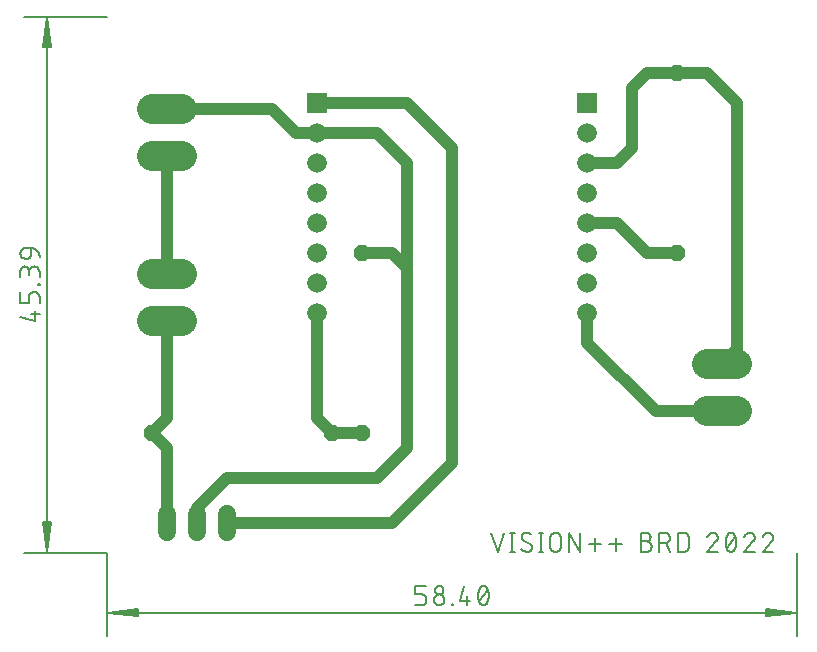
<source format=gbr>
G04 EAGLE Gerber RS-274X export*
G75*
%MOMM*%
%FSLAX34Y34*%
%LPD*%
%INTop Copper*%
%IPPOS*%
%AMOC8*
5,1,8,0,0,1.08239X$1,22.5*%
G01*
%ADD10C,0.130000*%
%ADD11C,0.152400*%
%ADD12C,1.665000*%
%ADD13R,1.665000X1.665000*%
%ADD14C,2.514600*%
%ADD15C,1.524000*%
%ADD16P,1.429621X8X112.500000*%
%ADD17P,1.429621X8X202.500000*%
%ADD18P,1.429621X8X292.500000*%
%ADD19C,1.016000*%


D10*
X-38100Y546100D02*
X-38100Y475800D01*
X545900Y475800D02*
X545900Y546100D01*
X545250Y495300D02*
X-37450Y495300D01*
X-12100Y498492D01*
X-12100Y492108D01*
X-37450Y495300D01*
X-12100Y496600D01*
X-12100Y494000D02*
X-37450Y495300D01*
X-12100Y497900D01*
X-12100Y492700D02*
X-37450Y495300D01*
X519900Y498492D02*
X545250Y495300D01*
X519900Y498492D02*
X519900Y492108D01*
X545250Y495300D01*
X519900Y496600D01*
X519900Y494000D02*
X545250Y495300D01*
X519900Y497900D01*
X519900Y492700D02*
X545250Y495300D01*
D11*
X228171Y501807D02*
X222752Y501807D01*
X228171Y501807D02*
X228289Y501809D01*
X228407Y501815D01*
X228525Y501824D01*
X228642Y501838D01*
X228759Y501855D01*
X228876Y501876D01*
X228991Y501901D01*
X229106Y501930D01*
X229220Y501963D01*
X229332Y501999D01*
X229443Y502039D01*
X229553Y502082D01*
X229662Y502129D01*
X229769Y502179D01*
X229874Y502234D01*
X229977Y502291D01*
X230078Y502352D01*
X230178Y502416D01*
X230275Y502483D01*
X230370Y502553D01*
X230462Y502627D01*
X230553Y502703D01*
X230640Y502783D01*
X230725Y502865D01*
X230807Y502950D01*
X230887Y503037D01*
X230963Y503128D01*
X231037Y503220D01*
X231107Y503315D01*
X231174Y503412D01*
X231238Y503512D01*
X231299Y503613D01*
X231356Y503716D01*
X231411Y503821D01*
X231461Y503928D01*
X231508Y504037D01*
X231551Y504147D01*
X231591Y504258D01*
X231627Y504370D01*
X231660Y504484D01*
X231689Y504599D01*
X231714Y504714D01*
X231735Y504831D01*
X231752Y504948D01*
X231766Y505065D01*
X231775Y505183D01*
X231781Y505301D01*
X231783Y505419D01*
X231783Y507226D01*
X231781Y507344D01*
X231775Y507462D01*
X231766Y507580D01*
X231752Y507697D01*
X231735Y507814D01*
X231714Y507931D01*
X231689Y508046D01*
X231660Y508161D01*
X231627Y508275D01*
X231591Y508387D01*
X231551Y508498D01*
X231508Y508608D01*
X231461Y508717D01*
X231411Y508824D01*
X231356Y508929D01*
X231299Y509032D01*
X231238Y509133D01*
X231174Y509233D01*
X231107Y509330D01*
X231037Y509425D01*
X230963Y509517D01*
X230887Y509608D01*
X230807Y509695D01*
X230725Y509780D01*
X230640Y509862D01*
X230553Y509942D01*
X230462Y510018D01*
X230370Y510092D01*
X230275Y510162D01*
X230178Y510229D01*
X230078Y510293D01*
X229977Y510354D01*
X229874Y510411D01*
X229769Y510466D01*
X229662Y510516D01*
X229553Y510563D01*
X229443Y510606D01*
X229332Y510646D01*
X229220Y510682D01*
X229106Y510715D01*
X228991Y510744D01*
X228876Y510769D01*
X228759Y510790D01*
X228642Y510807D01*
X228525Y510821D01*
X228407Y510830D01*
X228289Y510836D01*
X228171Y510838D01*
X222752Y510838D01*
X222752Y518063D01*
X231783Y518063D01*
X238383Y506323D02*
X238385Y506456D01*
X238391Y506588D01*
X238401Y506720D01*
X238414Y506852D01*
X238432Y506984D01*
X238453Y507114D01*
X238478Y507245D01*
X238507Y507374D01*
X238540Y507502D01*
X238576Y507630D01*
X238616Y507756D01*
X238660Y507881D01*
X238708Y508005D01*
X238759Y508127D01*
X238814Y508248D01*
X238872Y508367D01*
X238934Y508485D01*
X238999Y508600D01*
X239068Y508714D01*
X239139Y508825D01*
X239215Y508934D01*
X239293Y509041D01*
X239374Y509146D01*
X239459Y509248D01*
X239546Y509348D01*
X239636Y509445D01*
X239729Y509540D01*
X239825Y509631D01*
X239923Y509720D01*
X240024Y509806D01*
X240128Y509889D01*
X240234Y509969D01*
X240342Y510045D01*
X240452Y510119D01*
X240565Y510189D01*
X240679Y510256D01*
X240796Y510319D01*
X240914Y510379D01*
X241034Y510436D01*
X241156Y510489D01*
X241279Y510538D01*
X241403Y510584D01*
X241529Y510626D01*
X241656Y510664D01*
X241784Y510699D01*
X241913Y510730D01*
X242042Y510757D01*
X242173Y510780D01*
X242304Y510800D01*
X242436Y510815D01*
X242568Y510827D01*
X242700Y510835D01*
X242833Y510839D01*
X242965Y510839D01*
X243098Y510835D01*
X243230Y510827D01*
X243362Y510815D01*
X243494Y510800D01*
X243625Y510780D01*
X243756Y510757D01*
X243885Y510730D01*
X244014Y510699D01*
X244142Y510664D01*
X244269Y510626D01*
X244395Y510584D01*
X244519Y510538D01*
X244642Y510489D01*
X244764Y510436D01*
X244884Y510379D01*
X245002Y510319D01*
X245119Y510256D01*
X245233Y510189D01*
X245346Y510119D01*
X245456Y510045D01*
X245564Y509969D01*
X245670Y509889D01*
X245774Y509806D01*
X245875Y509720D01*
X245973Y509631D01*
X246069Y509540D01*
X246162Y509445D01*
X246252Y509348D01*
X246339Y509248D01*
X246424Y509146D01*
X246505Y509041D01*
X246583Y508934D01*
X246659Y508825D01*
X246730Y508714D01*
X246799Y508600D01*
X246864Y508485D01*
X246926Y508367D01*
X246984Y508248D01*
X247039Y508127D01*
X247090Y508005D01*
X247138Y507881D01*
X247182Y507756D01*
X247222Y507630D01*
X247258Y507502D01*
X247291Y507374D01*
X247320Y507245D01*
X247345Y507114D01*
X247366Y506984D01*
X247384Y506852D01*
X247397Y506720D01*
X247407Y506588D01*
X247413Y506456D01*
X247415Y506323D01*
X247413Y506190D01*
X247407Y506058D01*
X247397Y505926D01*
X247384Y505794D01*
X247366Y505662D01*
X247345Y505532D01*
X247320Y505401D01*
X247291Y505272D01*
X247258Y505144D01*
X247222Y505016D01*
X247182Y504890D01*
X247138Y504765D01*
X247090Y504641D01*
X247039Y504519D01*
X246984Y504398D01*
X246926Y504279D01*
X246864Y504161D01*
X246799Y504046D01*
X246730Y503932D01*
X246659Y503821D01*
X246583Y503712D01*
X246505Y503605D01*
X246424Y503500D01*
X246339Y503398D01*
X246252Y503298D01*
X246162Y503201D01*
X246069Y503106D01*
X245973Y503015D01*
X245875Y502926D01*
X245774Y502840D01*
X245670Y502757D01*
X245564Y502677D01*
X245456Y502601D01*
X245346Y502527D01*
X245233Y502457D01*
X245119Y502390D01*
X245002Y502327D01*
X244884Y502267D01*
X244764Y502210D01*
X244642Y502157D01*
X244519Y502108D01*
X244395Y502062D01*
X244269Y502020D01*
X244142Y501982D01*
X244014Y501947D01*
X243885Y501916D01*
X243756Y501889D01*
X243625Y501866D01*
X243494Y501846D01*
X243362Y501831D01*
X243230Y501819D01*
X243098Y501811D01*
X242965Y501807D01*
X242833Y501807D01*
X242700Y501811D01*
X242568Y501819D01*
X242436Y501831D01*
X242304Y501846D01*
X242173Y501866D01*
X242042Y501889D01*
X241913Y501916D01*
X241784Y501947D01*
X241656Y501982D01*
X241529Y502020D01*
X241403Y502062D01*
X241279Y502108D01*
X241156Y502157D01*
X241034Y502210D01*
X240914Y502267D01*
X240796Y502327D01*
X240679Y502390D01*
X240565Y502457D01*
X240452Y502527D01*
X240342Y502601D01*
X240234Y502677D01*
X240128Y502757D01*
X240024Y502840D01*
X239923Y502926D01*
X239825Y503015D01*
X239729Y503106D01*
X239636Y503201D01*
X239546Y503298D01*
X239459Y503398D01*
X239374Y503500D01*
X239293Y503605D01*
X239215Y503712D01*
X239139Y503821D01*
X239068Y503932D01*
X238999Y504046D01*
X238934Y504161D01*
X238872Y504279D01*
X238814Y504398D01*
X238759Y504519D01*
X238708Y504641D01*
X238660Y504765D01*
X238616Y504890D01*
X238576Y505016D01*
X238540Y505144D01*
X238507Y505272D01*
X238478Y505401D01*
X238453Y505532D01*
X238432Y505662D01*
X238414Y505794D01*
X238401Y505926D01*
X238391Y506058D01*
X238385Y506190D01*
X238383Y506323D01*
X239287Y514451D02*
X239289Y514570D01*
X239295Y514690D01*
X239305Y514809D01*
X239319Y514927D01*
X239336Y515046D01*
X239358Y515163D01*
X239383Y515280D01*
X239413Y515395D01*
X239446Y515510D01*
X239483Y515624D01*
X239523Y515736D01*
X239568Y515847D01*
X239616Y515956D01*
X239667Y516064D01*
X239722Y516170D01*
X239781Y516274D01*
X239843Y516376D01*
X239908Y516476D01*
X239977Y516574D01*
X240049Y516670D01*
X240124Y516763D01*
X240201Y516853D01*
X240282Y516941D01*
X240366Y517026D01*
X240453Y517108D01*
X240542Y517188D01*
X240634Y517264D01*
X240728Y517338D01*
X240825Y517408D01*
X240923Y517475D01*
X241024Y517539D01*
X241128Y517599D01*
X241233Y517656D01*
X241340Y517709D01*
X241448Y517759D01*
X241558Y517805D01*
X241670Y517847D01*
X241783Y517886D01*
X241897Y517921D01*
X242012Y517952D01*
X242129Y517980D01*
X242246Y518003D01*
X242363Y518023D01*
X242482Y518039D01*
X242601Y518051D01*
X242720Y518059D01*
X242839Y518063D01*
X242959Y518063D01*
X243078Y518059D01*
X243197Y518051D01*
X243316Y518039D01*
X243435Y518023D01*
X243552Y518003D01*
X243669Y517980D01*
X243786Y517952D01*
X243901Y517921D01*
X244015Y517886D01*
X244128Y517847D01*
X244240Y517805D01*
X244350Y517759D01*
X244458Y517709D01*
X244565Y517656D01*
X244670Y517599D01*
X244774Y517539D01*
X244875Y517475D01*
X244973Y517408D01*
X245070Y517338D01*
X245164Y517264D01*
X245256Y517188D01*
X245345Y517108D01*
X245432Y517026D01*
X245516Y516941D01*
X245597Y516853D01*
X245674Y516763D01*
X245749Y516670D01*
X245821Y516574D01*
X245890Y516476D01*
X245955Y516376D01*
X246017Y516274D01*
X246076Y516170D01*
X246131Y516064D01*
X246182Y515956D01*
X246230Y515847D01*
X246275Y515736D01*
X246315Y515624D01*
X246352Y515510D01*
X246385Y515395D01*
X246415Y515280D01*
X246440Y515163D01*
X246462Y515046D01*
X246479Y514927D01*
X246493Y514809D01*
X246503Y514690D01*
X246509Y514570D01*
X246511Y514451D01*
X246509Y514332D01*
X246503Y514212D01*
X246493Y514093D01*
X246479Y513975D01*
X246462Y513856D01*
X246440Y513739D01*
X246415Y513622D01*
X246385Y513507D01*
X246352Y513392D01*
X246315Y513278D01*
X246275Y513166D01*
X246230Y513055D01*
X246182Y512946D01*
X246131Y512838D01*
X246076Y512732D01*
X246017Y512628D01*
X245955Y512526D01*
X245890Y512426D01*
X245821Y512328D01*
X245749Y512232D01*
X245674Y512139D01*
X245597Y512049D01*
X245516Y511961D01*
X245432Y511876D01*
X245345Y511794D01*
X245256Y511714D01*
X245164Y511638D01*
X245070Y511564D01*
X244973Y511494D01*
X244875Y511427D01*
X244774Y511363D01*
X244670Y511303D01*
X244565Y511246D01*
X244458Y511193D01*
X244350Y511143D01*
X244240Y511097D01*
X244128Y511055D01*
X244015Y511016D01*
X243901Y510981D01*
X243786Y510950D01*
X243669Y510922D01*
X243552Y510899D01*
X243435Y510879D01*
X243316Y510863D01*
X243197Y510851D01*
X243078Y510843D01*
X242959Y510839D01*
X242839Y510839D01*
X242720Y510843D01*
X242601Y510851D01*
X242482Y510863D01*
X242363Y510879D01*
X242246Y510899D01*
X242129Y510922D01*
X242012Y510950D01*
X241897Y510981D01*
X241783Y511016D01*
X241670Y511055D01*
X241558Y511097D01*
X241448Y511143D01*
X241340Y511193D01*
X241233Y511246D01*
X241128Y511303D01*
X241024Y511363D01*
X240923Y511427D01*
X240825Y511494D01*
X240728Y511564D01*
X240634Y511638D01*
X240542Y511714D01*
X240453Y511794D01*
X240366Y511876D01*
X240282Y511961D01*
X240201Y512049D01*
X240124Y512139D01*
X240049Y512232D01*
X239977Y512328D01*
X239908Y512426D01*
X239843Y512526D01*
X239781Y512628D01*
X239722Y512732D01*
X239667Y512838D01*
X239616Y512946D01*
X239568Y513055D01*
X239523Y513166D01*
X239483Y513278D01*
X239446Y513392D01*
X239413Y513507D01*
X239383Y513622D01*
X239358Y513739D01*
X239336Y513856D01*
X239319Y513975D01*
X239305Y514093D01*
X239295Y514212D01*
X239289Y514332D01*
X239287Y514451D01*
X253389Y502710D02*
X253389Y501807D01*
X253389Y502710D02*
X254292Y502710D01*
X254292Y501807D01*
X253389Y501807D01*
X260267Y505419D02*
X263879Y518063D01*
X260267Y505419D02*
X269298Y505419D01*
X266589Y509032D02*
X266589Y501807D01*
X275898Y509935D02*
X275902Y510255D01*
X275913Y510574D01*
X275932Y510894D01*
X275959Y511212D01*
X275993Y511530D01*
X276035Y511847D01*
X276085Y512163D01*
X276142Y512478D01*
X276206Y512791D01*
X276278Y513103D01*
X276357Y513413D01*
X276444Y513720D01*
X276538Y514026D01*
X276639Y514329D01*
X276748Y514630D01*
X276863Y514928D01*
X276986Y515224D01*
X277116Y515516D01*
X277253Y515805D01*
X277253Y515806D02*
X277292Y515914D01*
X277335Y516021D01*
X277381Y516126D01*
X277432Y516230D01*
X277485Y516332D01*
X277542Y516432D01*
X277603Y516530D01*
X277667Y516625D01*
X277734Y516719D01*
X277805Y516810D01*
X277878Y516899D01*
X277955Y516985D01*
X278034Y517068D01*
X278116Y517149D01*
X278201Y517227D01*
X278289Y517301D01*
X278379Y517373D01*
X278471Y517441D01*
X278566Y517507D01*
X278663Y517569D01*
X278762Y517627D01*
X278864Y517683D01*
X278966Y517734D01*
X279071Y517782D01*
X279177Y517827D01*
X279285Y517868D01*
X279394Y517905D01*
X279504Y517938D01*
X279616Y517967D01*
X279728Y517993D01*
X279841Y518015D01*
X279955Y518032D01*
X280069Y518046D01*
X280184Y518056D01*
X280299Y518062D01*
X280414Y518064D01*
X280414Y518063D02*
X280529Y518061D01*
X280644Y518055D01*
X280759Y518045D01*
X280873Y518031D01*
X280987Y518014D01*
X281100Y517992D01*
X281212Y517966D01*
X281324Y517937D01*
X281434Y517904D01*
X281543Y517867D01*
X281651Y517826D01*
X281757Y517781D01*
X281862Y517733D01*
X281964Y517682D01*
X282065Y517626D01*
X282165Y517568D01*
X282262Y517506D01*
X282356Y517441D01*
X282449Y517372D01*
X282539Y517300D01*
X282627Y517226D01*
X282712Y517148D01*
X282794Y517067D01*
X282873Y516984D01*
X282950Y516898D01*
X283023Y516809D01*
X283094Y516718D01*
X283161Y516624D01*
X283225Y516529D01*
X283286Y516431D01*
X283343Y516331D01*
X283396Y516229D01*
X283447Y516125D01*
X283493Y516020D01*
X283536Y515913D01*
X283575Y515805D01*
X283574Y515805D02*
X283711Y515516D01*
X283841Y515224D01*
X283964Y514928D01*
X284079Y514630D01*
X284188Y514329D01*
X284289Y514026D01*
X284383Y513720D01*
X284470Y513413D01*
X284549Y513103D01*
X284621Y512791D01*
X284685Y512478D01*
X284742Y512163D01*
X284792Y511847D01*
X284834Y511530D01*
X284868Y511212D01*
X284895Y510894D01*
X284914Y510574D01*
X284925Y510255D01*
X284929Y509935D01*
X275898Y509935D02*
X275902Y509615D01*
X275913Y509296D01*
X275932Y508976D01*
X275959Y508658D01*
X275993Y508340D01*
X276035Y508023D01*
X276085Y507707D01*
X276142Y507392D01*
X276206Y507079D01*
X276278Y506767D01*
X276357Y506457D01*
X276444Y506150D01*
X276538Y505844D01*
X276639Y505541D01*
X276748Y505240D01*
X276863Y504942D01*
X276986Y504646D01*
X277116Y504354D01*
X277253Y504065D01*
X277292Y503957D01*
X277335Y503850D01*
X277381Y503745D01*
X277432Y503641D01*
X277485Y503539D01*
X277542Y503439D01*
X277603Y503341D01*
X277667Y503246D01*
X277734Y503152D01*
X277805Y503061D01*
X277878Y502972D01*
X277955Y502886D01*
X278034Y502803D01*
X278116Y502722D01*
X278201Y502644D01*
X278289Y502570D01*
X278379Y502498D01*
X278472Y502429D01*
X278566Y502364D01*
X278663Y502302D01*
X278763Y502244D01*
X278864Y502188D01*
X278966Y502137D01*
X279071Y502089D01*
X279177Y502044D01*
X279285Y502003D01*
X279394Y501966D01*
X279504Y501933D01*
X279616Y501904D01*
X279728Y501878D01*
X279841Y501856D01*
X279955Y501839D01*
X280069Y501825D01*
X280184Y501815D01*
X280299Y501809D01*
X280414Y501807D01*
X283574Y504065D02*
X283711Y504354D01*
X283841Y504646D01*
X283964Y504942D01*
X284079Y505240D01*
X284188Y505541D01*
X284289Y505844D01*
X284383Y506150D01*
X284470Y506457D01*
X284549Y506767D01*
X284621Y507079D01*
X284685Y507392D01*
X284742Y507707D01*
X284792Y508023D01*
X284834Y508340D01*
X284868Y508658D01*
X284895Y508976D01*
X284914Y509296D01*
X284925Y509615D01*
X284929Y509935D01*
X283575Y504065D02*
X283536Y503957D01*
X283493Y503850D01*
X283447Y503745D01*
X283396Y503641D01*
X283343Y503539D01*
X283286Y503439D01*
X283225Y503341D01*
X283161Y503246D01*
X283094Y503152D01*
X283023Y503061D01*
X282950Y502972D01*
X282873Y502886D01*
X282794Y502803D01*
X282712Y502722D01*
X282627Y502644D01*
X282539Y502570D01*
X282449Y502498D01*
X282356Y502429D01*
X282262Y502364D01*
X282165Y502302D01*
X282065Y502244D01*
X281964Y502188D01*
X281861Y502137D01*
X281757Y502089D01*
X281651Y502044D01*
X281543Y502003D01*
X281434Y501966D01*
X281324Y501933D01*
X281212Y501904D01*
X281100Y501878D01*
X280987Y501856D01*
X280873Y501839D01*
X280759Y501825D01*
X280644Y501815D01*
X280529Y501809D01*
X280414Y501807D01*
X276801Y505419D02*
X284026Y514451D01*
D10*
X-38100Y1000000D02*
X-108400Y1000000D01*
X-108400Y546100D02*
X-38100Y546100D01*
X-88900Y546750D02*
X-88900Y999350D01*
X-92092Y974000D01*
X-85708Y974000D01*
X-88900Y999350D01*
X-90200Y974000D01*
X-87600Y974000D02*
X-88900Y999350D01*
X-91500Y974000D01*
X-86300Y974000D02*
X-88900Y999350D01*
X-92092Y572100D02*
X-88900Y546750D01*
X-92092Y572100D02*
X-85708Y572100D01*
X-88900Y546750D01*
X-90200Y572100D01*
X-87600Y572100D02*
X-88900Y546750D01*
X-91500Y572100D01*
X-86300Y572100D02*
X-88900Y546750D01*
D11*
X-99019Y741902D02*
X-111663Y745514D01*
X-99019Y741902D02*
X-99019Y750933D01*
X-102632Y748224D02*
X-95407Y748224D01*
X-95407Y757533D02*
X-95407Y762952D01*
X-95409Y763070D01*
X-95415Y763188D01*
X-95424Y763306D01*
X-95438Y763423D01*
X-95455Y763540D01*
X-95476Y763657D01*
X-95501Y763772D01*
X-95530Y763887D01*
X-95563Y764001D01*
X-95599Y764113D01*
X-95639Y764224D01*
X-95682Y764334D01*
X-95729Y764443D01*
X-95779Y764550D01*
X-95834Y764655D01*
X-95891Y764758D01*
X-95952Y764859D01*
X-96016Y764959D01*
X-96083Y765056D01*
X-96153Y765151D01*
X-96227Y765243D01*
X-96303Y765334D01*
X-96383Y765421D01*
X-96465Y765506D01*
X-96550Y765588D01*
X-96637Y765668D01*
X-96728Y765744D01*
X-96820Y765818D01*
X-96915Y765888D01*
X-97012Y765955D01*
X-97112Y766019D01*
X-97213Y766080D01*
X-97316Y766137D01*
X-97421Y766192D01*
X-97528Y766242D01*
X-97637Y766289D01*
X-97747Y766332D01*
X-97858Y766372D01*
X-97970Y766408D01*
X-98084Y766441D01*
X-98199Y766470D01*
X-98314Y766495D01*
X-98431Y766516D01*
X-98548Y766533D01*
X-98665Y766547D01*
X-98783Y766556D01*
X-98901Y766562D01*
X-99019Y766564D01*
X-100826Y766564D01*
X-100944Y766562D01*
X-101062Y766556D01*
X-101180Y766547D01*
X-101297Y766533D01*
X-101414Y766516D01*
X-101531Y766495D01*
X-101646Y766470D01*
X-101761Y766441D01*
X-101875Y766408D01*
X-101987Y766372D01*
X-102098Y766332D01*
X-102208Y766289D01*
X-102317Y766242D01*
X-102424Y766192D01*
X-102529Y766137D01*
X-102632Y766080D01*
X-102733Y766019D01*
X-102833Y765955D01*
X-102930Y765888D01*
X-103025Y765818D01*
X-103117Y765744D01*
X-103208Y765668D01*
X-103295Y765588D01*
X-103380Y765506D01*
X-103462Y765421D01*
X-103542Y765334D01*
X-103618Y765243D01*
X-103692Y765151D01*
X-103762Y765056D01*
X-103829Y764959D01*
X-103893Y764859D01*
X-103954Y764758D01*
X-104011Y764655D01*
X-104066Y764550D01*
X-104116Y764443D01*
X-104163Y764334D01*
X-104206Y764224D01*
X-104246Y764113D01*
X-104282Y764001D01*
X-104315Y763887D01*
X-104344Y763772D01*
X-104369Y763657D01*
X-104390Y763540D01*
X-104407Y763423D01*
X-104421Y763306D01*
X-104430Y763188D01*
X-104436Y763070D01*
X-104438Y762952D01*
X-104438Y757533D01*
X-111663Y757533D01*
X-111663Y766564D01*
X-96310Y772539D02*
X-95407Y772539D01*
X-96310Y772539D02*
X-96310Y773442D01*
X-95407Y773442D01*
X-95407Y772539D01*
X-95407Y779417D02*
X-95407Y783932D01*
X-95409Y784065D01*
X-95415Y784197D01*
X-95425Y784329D01*
X-95438Y784461D01*
X-95456Y784593D01*
X-95477Y784723D01*
X-95502Y784854D01*
X-95531Y784983D01*
X-95564Y785111D01*
X-95600Y785239D01*
X-95640Y785365D01*
X-95684Y785490D01*
X-95732Y785614D01*
X-95783Y785736D01*
X-95838Y785857D01*
X-95896Y785976D01*
X-95958Y786094D01*
X-96023Y786209D01*
X-96092Y786323D01*
X-96163Y786434D01*
X-96239Y786543D01*
X-96317Y786650D01*
X-96398Y786755D01*
X-96483Y786857D01*
X-96570Y786957D01*
X-96660Y787054D01*
X-96753Y787149D01*
X-96849Y787240D01*
X-96947Y787329D01*
X-97048Y787415D01*
X-97152Y787498D01*
X-97258Y787578D01*
X-97366Y787654D01*
X-97476Y787728D01*
X-97589Y787798D01*
X-97703Y787865D01*
X-97820Y787928D01*
X-97938Y787988D01*
X-98058Y788045D01*
X-98180Y788098D01*
X-98303Y788147D01*
X-98427Y788193D01*
X-98553Y788235D01*
X-98680Y788273D01*
X-98808Y788308D01*
X-98937Y788339D01*
X-99066Y788366D01*
X-99197Y788389D01*
X-99328Y788409D01*
X-99460Y788424D01*
X-99592Y788436D01*
X-99724Y788444D01*
X-99857Y788448D01*
X-99989Y788448D01*
X-100122Y788444D01*
X-100254Y788436D01*
X-100386Y788424D01*
X-100518Y788409D01*
X-100649Y788389D01*
X-100780Y788366D01*
X-100909Y788339D01*
X-101038Y788308D01*
X-101166Y788273D01*
X-101293Y788235D01*
X-101419Y788193D01*
X-101543Y788147D01*
X-101666Y788098D01*
X-101788Y788045D01*
X-101908Y787988D01*
X-102026Y787928D01*
X-102143Y787865D01*
X-102257Y787798D01*
X-102370Y787728D01*
X-102480Y787654D01*
X-102588Y787578D01*
X-102694Y787498D01*
X-102798Y787415D01*
X-102899Y787329D01*
X-102997Y787240D01*
X-103093Y787149D01*
X-103186Y787054D01*
X-103276Y786957D01*
X-103363Y786857D01*
X-103448Y786755D01*
X-103529Y786650D01*
X-103607Y786543D01*
X-103683Y786434D01*
X-103754Y786323D01*
X-103823Y786209D01*
X-103888Y786094D01*
X-103950Y785976D01*
X-104008Y785857D01*
X-104063Y785736D01*
X-104114Y785614D01*
X-104162Y785490D01*
X-104206Y785365D01*
X-104246Y785239D01*
X-104282Y785111D01*
X-104315Y784983D01*
X-104344Y784854D01*
X-104369Y784723D01*
X-104390Y784593D01*
X-104408Y784461D01*
X-104421Y784329D01*
X-104431Y784197D01*
X-104437Y784065D01*
X-104439Y783932D01*
X-111663Y784836D02*
X-111663Y779417D01*
X-111663Y784836D02*
X-111661Y784955D01*
X-111655Y785075D01*
X-111645Y785194D01*
X-111631Y785312D01*
X-111614Y785431D01*
X-111592Y785548D01*
X-111567Y785665D01*
X-111537Y785780D01*
X-111504Y785895D01*
X-111467Y786009D01*
X-111427Y786121D01*
X-111382Y786232D01*
X-111334Y786341D01*
X-111283Y786449D01*
X-111228Y786555D01*
X-111169Y786659D01*
X-111107Y786761D01*
X-111042Y786861D01*
X-110973Y786959D01*
X-110901Y787055D01*
X-110826Y787148D01*
X-110749Y787238D01*
X-110668Y787326D01*
X-110584Y787411D01*
X-110497Y787493D01*
X-110408Y787573D01*
X-110316Y787649D01*
X-110222Y787723D01*
X-110125Y787793D01*
X-110027Y787860D01*
X-109926Y787924D01*
X-109822Y787984D01*
X-109717Y788041D01*
X-109610Y788094D01*
X-109502Y788144D01*
X-109392Y788190D01*
X-109280Y788232D01*
X-109167Y788271D01*
X-109053Y788306D01*
X-108938Y788337D01*
X-108821Y788365D01*
X-108704Y788388D01*
X-108587Y788408D01*
X-108468Y788424D01*
X-108349Y788436D01*
X-108230Y788444D01*
X-108111Y788448D01*
X-107991Y788448D01*
X-107872Y788444D01*
X-107753Y788436D01*
X-107634Y788424D01*
X-107515Y788408D01*
X-107398Y788388D01*
X-107281Y788365D01*
X-107164Y788337D01*
X-107049Y788306D01*
X-106935Y788271D01*
X-106822Y788232D01*
X-106710Y788190D01*
X-106600Y788144D01*
X-106492Y788094D01*
X-106385Y788041D01*
X-106280Y787984D01*
X-106176Y787924D01*
X-106075Y787860D01*
X-105977Y787793D01*
X-105880Y787723D01*
X-105786Y787649D01*
X-105694Y787573D01*
X-105605Y787493D01*
X-105518Y787411D01*
X-105434Y787326D01*
X-105353Y787238D01*
X-105276Y787148D01*
X-105201Y787055D01*
X-105129Y786959D01*
X-105060Y786861D01*
X-104995Y786761D01*
X-104933Y786659D01*
X-104874Y786555D01*
X-104819Y786449D01*
X-104768Y786341D01*
X-104720Y786232D01*
X-104675Y786121D01*
X-104635Y786009D01*
X-104598Y785895D01*
X-104565Y785780D01*
X-104535Y785665D01*
X-104510Y785548D01*
X-104488Y785431D01*
X-104471Y785312D01*
X-104457Y785194D01*
X-104447Y785075D01*
X-104441Y784955D01*
X-104439Y784836D01*
X-104438Y784836D02*
X-104438Y781223D01*
X-102632Y798661D02*
X-102632Y804079D01*
X-102632Y798661D02*
X-102634Y798543D01*
X-102640Y798425D01*
X-102649Y798307D01*
X-102663Y798190D01*
X-102680Y798073D01*
X-102701Y797956D01*
X-102726Y797841D01*
X-102755Y797726D01*
X-102788Y797612D01*
X-102824Y797500D01*
X-102864Y797389D01*
X-102907Y797279D01*
X-102954Y797170D01*
X-103004Y797063D01*
X-103059Y796958D01*
X-103116Y796855D01*
X-103177Y796754D01*
X-103241Y796654D01*
X-103308Y796557D01*
X-103378Y796462D01*
X-103452Y796370D01*
X-103528Y796279D01*
X-103608Y796192D01*
X-103690Y796107D01*
X-103775Y796025D01*
X-103862Y795945D01*
X-103953Y795869D01*
X-104045Y795795D01*
X-104140Y795725D01*
X-104237Y795658D01*
X-104337Y795594D01*
X-104438Y795533D01*
X-104541Y795476D01*
X-104646Y795421D01*
X-104753Y795371D01*
X-104862Y795324D01*
X-104972Y795281D01*
X-105083Y795241D01*
X-105195Y795205D01*
X-105309Y795172D01*
X-105424Y795143D01*
X-105539Y795118D01*
X-105656Y795097D01*
X-105773Y795080D01*
X-105890Y795066D01*
X-106008Y795057D01*
X-106126Y795051D01*
X-106244Y795049D01*
X-106244Y795048D02*
X-107147Y795048D01*
X-107280Y795050D01*
X-107412Y795056D01*
X-107544Y795066D01*
X-107676Y795079D01*
X-107808Y795097D01*
X-107938Y795118D01*
X-108069Y795143D01*
X-108198Y795172D01*
X-108326Y795205D01*
X-108454Y795241D01*
X-108580Y795281D01*
X-108705Y795325D01*
X-108829Y795373D01*
X-108951Y795424D01*
X-109072Y795479D01*
X-109191Y795537D01*
X-109309Y795599D01*
X-109424Y795664D01*
X-109538Y795733D01*
X-109649Y795804D01*
X-109758Y795880D01*
X-109865Y795958D01*
X-109970Y796039D01*
X-110072Y796124D01*
X-110172Y796211D01*
X-110269Y796301D01*
X-110364Y796394D01*
X-110455Y796490D01*
X-110544Y796588D01*
X-110630Y796689D01*
X-110713Y796793D01*
X-110793Y796899D01*
X-110869Y797007D01*
X-110943Y797117D01*
X-111013Y797230D01*
X-111080Y797344D01*
X-111143Y797461D01*
X-111203Y797579D01*
X-111260Y797699D01*
X-111313Y797821D01*
X-111362Y797944D01*
X-111408Y798068D01*
X-111450Y798194D01*
X-111488Y798321D01*
X-111523Y798449D01*
X-111554Y798578D01*
X-111581Y798707D01*
X-111604Y798838D01*
X-111624Y798969D01*
X-111639Y799101D01*
X-111651Y799233D01*
X-111659Y799365D01*
X-111663Y799498D01*
X-111663Y799630D01*
X-111659Y799763D01*
X-111651Y799895D01*
X-111639Y800027D01*
X-111624Y800159D01*
X-111604Y800290D01*
X-111581Y800421D01*
X-111554Y800550D01*
X-111523Y800679D01*
X-111488Y800807D01*
X-111450Y800934D01*
X-111408Y801060D01*
X-111362Y801184D01*
X-111313Y801307D01*
X-111260Y801429D01*
X-111203Y801549D01*
X-111143Y801667D01*
X-111080Y801784D01*
X-111013Y801898D01*
X-110943Y802011D01*
X-110869Y802121D01*
X-110793Y802229D01*
X-110713Y802335D01*
X-110630Y802439D01*
X-110544Y802540D01*
X-110455Y802638D01*
X-110364Y802734D01*
X-110269Y802827D01*
X-110172Y802917D01*
X-110072Y803004D01*
X-109970Y803089D01*
X-109865Y803170D01*
X-109758Y803248D01*
X-109649Y803324D01*
X-109538Y803395D01*
X-109424Y803464D01*
X-109309Y803529D01*
X-109191Y803591D01*
X-109072Y803649D01*
X-108951Y803704D01*
X-108829Y803755D01*
X-108705Y803803D01*
X-108580Y803847D01*
X-108454Y803887D01*
X-108326Y803923D01*
X-108198Y803956D01*
X-108069Y803985D01*
X-107938Y804010D01*
X-107808Y804031D01*
X-107676Y804049D01*
X-107544Y804062D01*
X-107412Y804072D01*
X-107280Y804078D01*
X-107147Y804080D01*
X-107147Y804079D02*
X-102632Y804079D01*
X-102457Y804077D01*
X-102283Y804071D01*
X-102109Y804060D01*
X-101935Y804045D01*
X-101761Y804026D01*
X-101588Y804003D01*
X-101416Y803976D01*
X-101244Y803944D01*
X-101073Y803909D01*
X-100903Y803869D01*
X-100734Y803825D01*
X-100566Y803777D01*
X-100399Y803725D01*
X-100234Y803669D01*
X-100070Y803609D01*
X-99907Y803546D01*
X-99747Y803478D01*
X-99587Y803406D01*
X-99430Y803331D01*
X-99274Y803251D01*
X-99121Y803168D01*
X-98969Y803082D01*
X-98820Y802991D01*
X-98673Y802897D01*
X-98528Y802800D01*
X-98385Y802699D01*
X-98245Y802595D01*
X-98108Y802487D01*
X-97973Y802376D01*
X-97841Y802262D01*
X-97712Y802145D01*
X-97585Y802024D01*
X-97462Y801901D01*
X-97341Y801774D01*
X-97224Y801645D01*
X-97110Y801513D01*
X-96999Y801378D01*
X-96891Y801241D01*
X-96787Y801101D01*
X-96686Y800958D01*
X-96589Y800813D01*
X-96495Y800666D01*
X-96404Y800517D01*
X-96318Y800365D01*
X-96235Y800212D01*
X-96155Y800056D01*
X-96080Y799899D01*
X-96008Y799739D01*
X-95940Y799579D01*
X-95877Y799416D01*
X-95817Y799252D01*
X-95761Y799087D01*
X-95709Y798920D01*
X-95661Y798752D01*
X-95617Y798583D01*
X-95577Y798413D01*
X-95542Y798242D01*
X-95510Y798070D01*
X-95483Y797898D01*
X-95460Y797725D01*
X-95441Y797551D01*
X-95426Y797377D01*
X-95415Y797203D01*
X-95409Y797029D01*
X-95407Y796854D01*
X287064Y563118D02*
X292483Y546862D01*
X297902Y563118D01*
X304988Y563118D02*
X304988Y546862D01*
X303182Y546862D02*
X306794Y546862D01*
X306794Y563118D02*
X303182Y563118D01*
X317875Y546862D02*
X317993Y546864D01*
X318111Y546870D01*
X318229Y546879D01*
X318346Y546893D01*
X318463Y546910D01*
X318580Y546931D01*
X318695Y546956D01*
X318810Y546985D01*
X318924Y547018D01*
X319036Y547054D01*
X319147Y547094D01*
X319257Y547137D01*
X319366Y547184D01*
X319473Y547234D01*
X319578Y547289D01*
X319681Y547346D01*
X319782Y547407D01*
X319882Y547471D01*
X319979Y547538D01*
X320074Y547608D01*
X320166Y547682D01*
X320257Y547758D01*
X320344Y547838D01*
X320429Y547920D01*
X320511Y548005D01*
X320591Y548092D01*
X320667Y548183D01*
X320741Y548275D01*
X320811Y548370D01*
X320878Y548467D01*
X320942Y548567D01*
X321003Y548668D01*
X321060Y548771D01*
X321115Y548876D01*
X321165Y548983D01*
X321212Y549092D01*
X321255Y549202D01*
X321295Y549313D01*
X321331Y549425D01*
X321364Y549539D01*
X321393Y549654D01*
X321418Y549769D01*
X321439Y549886D01*
X321456Y550003D01*
X321470Y550120D01*
X321479Y550238D01*
X321485Y550356D01*
X321487Y550474D01*
X317875Y546862D02*
X317692Y546864D01*
X317510Y546871D01*
X317328Y546882D01*
X317146Y546897D01*
X316964Y546917D01*
X316783Y546940D01*
X316603Y546969D01*
X316423Y547001D01*
X316244Y547038D01*
X316067Y547079D01*
X315890Y547125D01*
X315714Y547174D01*
X315540Y547228D01*
X315366Y547286D01*
X315195Y547348D01*
X315025Y547414D01*
X314856Y547485D01*
X314689Y547559D01*
X314524Y547637D01*
X314361Y547719D01*
X314200Y547805D01*
X314041Y547895D01*
X313884Y547989D01*
X313730Y548086D01*
X313578Y548187D01*
X313428Y548292D01*
X313281Y548400D01*
X313137Y548511D01*
X312995Y548626D01*
X312856Y548745D01*
X312720Y548867D01*
X312587Y548992D01*
X312457Y549120D01*
X312908Y559506D02*
X312910Y559624D01*
X312916Y559742D01*
X312925Y559860D01*
X312939Y559977D01*
X312956Y560094D01*
X312977Y560211D01*
X313002Y560326D01*
X313031Y560441D01*
X313064Y560555D01*
X313100Y560667D01*
X313140Y560778D01*
X313183Y560888D01*
X313230Y560997D01*
X313280Y561104D01*
X313335Y561209D01*
X313392Y561312D01*
X313453Y561413D01*
X313517Y561513D01*
X313584Y561610D01*
X313654Y561705D01*
X313728Y561797D01*
X313804Y561888D01*
X313884Y561975D01*
X313966Y562060D01*
X314051Y562142D01*
X314138Y562222D01*
X314229Y562298D01*
X314321Y562372D01*
X314416Y562442D01*
X314513Y562509D01*
X314613Y562573D01*
X314714Y562634D01*
X314817Y562692D01*
X314922Y562746D01*
X315029Y562796D01*
X315138Y562843D01*
X315248Y562887D01*
X315359Y562926D01*
X315472Y562962D01*
X315585Y562995D01*
X315700Y563024D01*
X315815Y563049D01*
X315932Y563070D01*
X316049Y563087D01*
X316166Y563101D01*
X316284Y563110D01*
X316402Y563116D01*
X316520Y563118D01*
X316681Y563116D01*
X316843Y563110D01*
X317004Y563101D01*
X317165Y563087D01*
X317325Y563070D01*
X317485Y563049D01*
X317645Y563024D01*
X317804Y562995D01*
X317962Y562963D01*
X318119Y562927D01*
X318275Y562887D01*
X318431Y562843D01*
X318585Y562795D01*
X318738Y562744D01*
X318890Y562690D01*
X319041Y562631D01*
X319190Y562570D01*
X319337Y562504D01*
X319483Y562435D01*
X319628Y562363D01*
X319770Y562287D01*
X319911Y562208D01*
X320050Y562126D01*
X320186Y562040D01*
X320321Y561951D01*
X320454Y561859D01*
X320584Y561763D01*
X314714Y556345D02*
X314613Y556407D01*
X314513Y556472D01*
X314416Y556541D01*
X314321Y556613D01*
X314228Y556687D01*
X314138Y556765D01*
X314050Y556846D01*
X313965Y556929D01*
X313883Y557015D01*
X313804Y557104D01*
X313727Y557195D01*
X313654Y557289D01*
X313583Y557385D01*
X313516Y557483D01*
X313452Y557583D01*
X313391Y557686D01*
X313334Y557790D01*
X313280Y557896D01*
X313230Y558004D01*
X313183Y558113D01*
X313139Y558224D01*
X313099Y558336D01*
X313063Y558450D01*
X313031Y558564D01*
X313002Y558680D01*
X312977Y558796D01*
X312956Y558913D01*
X312939Y559031D01*
X312925Y559149D01*
X312916Y559268D01*
X312910Y559387D01*
X312908Y559506D01*
X319682Y553635D02*
X319783Y553573D01*
X319883Y553508D01*
X319980Y553439D01*
X320075Y553367D01*
X320168Y553293D01*
X320258Y553215D01*
X320346Y553134D01*
X320431Y553051D01*
X320513Y552965D01*
X320592Y552876D01*
X320669Y552785D01*
X320742Y552691D01*
X320813Y552595D01*
X320880Y552497D01*
X320944Y552397D01*
X321005Y552294D01*
X321062Y552190D01*
X321116Y552084D01*
X321166Y551976D01*
X321213Y551867D01*
X321257Y551756D01*
X321297Y551644D01*
X321333Y551530D01*
X321365Y551416D01*
X321394Y551300D01*
X321419Y551184D01*
X321440Y551067D01*
X321457Y550949D01*
X321471Y550831D01*
X321480Y550712D01*
X321486Y550593D01*
X321488Y550474D01*
X319681Y553635D02*
X314714Y556345D01*
X328956Y563118D02*
X328956Y546862D01*
X327150Y546862D02*
X330762Y546862D01*
X330762Y563118D02*
X327150Y563118D01*
X336945Y558602D02*
X336945Y551378D01*
X336945Y558602D02*
X336947Y558735D01*
X336953Y558867D01*
X336963Y558999D01*
X336976Y559131D01*
X336994Y559263D01*
X337015Y559393D01*
X337040Y559524D01*
X337069Y559653D01*
X337102Y559781D01*
X337138Y559909D01*
X337178Y560035D01*
X337222Y560160D01*
X337270Y560284D01*
X337321Y560406D01*
X337376Y560527D01*
X337434Y560646D01*
X337496Y560764D01*
X337561Y560879D01*
X337630Y560993D01*
X337701Y561104D01*
X337777Y561213D01*
X337855Y561320D01*
X337936Y561425D01*
X338021Y561527D01*
X338108Y561627D01*
X338198Y561724D01*
X338291Y561819D01*
X338387Y561910D01*
X338485Y561999D01*
X338586Y562085D01*
X338690Y562168D01*
X338796Y562248D01*
X338904Y562324D01*
X339014Y562398D01*
X339127Y562468D01*
X339241Y562535D01*
X339358Y562598D01*
X339476Y562658D01*
X339596Y562715D01*
X339718Y562768D01*
X339841Y562817D01*
X339965Y562863D01*
X340091Y562905D01*
X340218Y562943D01*
X340346Y562978D01*
X340475Y563009D01*
X340604Y563036D01*
X340735Y563059D01*
X340866Y563079D01*
X340998Y563094D01*
X341130Y563106D01*
X341262Y563114D01*
X341395Y563118D01*
X341527Y563118D01*
X341660Y563114D01*
X341792Y563106D01*
X341924Y563094D01*
X342056Y563079D01*
X342187Y563059D01*
X342318Y563036D01*
X342447Y563009D01*
X342576Y562978D01*
X342704Y562943D01*
X342831Y562905D01*
X342957Y562863D01*
X343081Y562817D01*
X343204Y562768D01*
X343326Y562715D01*
X343446Y562658D01*
X343564Y562598D01*
X343681Y562535D01*
X343795Y562468D01*
X343908Y562398D01*
X344018Y562324D01*
X344126Y562248D01*
X344232Y562168D01*
X344336Y562085D01*
X344437Y561999D01*
X344535Y561910D01*
X344631Y561819D01*
X344724Y561724D01*
X344814Y561627D01*
X344901Y561527D01*
X344986Y561425D01*
X345067Y561320D01*
X345145Y561213D01*
X345221Y561104D01*
X345292Y560993D01*
X345361Y560879D01*
X345426Y560764D01*
X345488Y560646D01*
X345546Y560527D01*
X345601Y560406D01*
X345652Y560284D01*
X345700Y560160D01*
X345744Y560035D01*
X345784Y559909D01*
X345820Y559781D01*
X345853Y559653D01*
X345882Y559524D01*
X345907Y559393D01*
X345928Y559263D01*
X345946Y559131D01*
X345959Y558999D01*
X345969Y558867D01*
X345975Y558735D01*
X345977Y558602D01*
X345976Y558602D02*
X345976Y551378D01*
X345977Y551378D02*
X345975Y551245D01*
X345969Y551113D01*
X345959Y550981D01*
X345946Y550849D01*
X345928Y550717D01*
X345907Y550587D01*
X345882Y550456D01*
X345853Y550327D01*
X345820Y550199D01*
X345784Y550071D01*
X345744Y549945D01*
X345700Y549820D01*
X345652Y549696D01*
X345601Y549574D01*
X345546Y549453D01*
X345488Y549334D01*
X345426Y549216D01*
X345361Y549101D01*
X345292Y548987D01*
X345221Y548876D01*
X345145Y548767D01*
X345067Y548660D01*
X344986Y548555D01*
X344901Y548453D01*
X344814Y548353D01*
X344724Y548256D01*
X344631Y548161D01*
X344535Y548070D01*
X344437Y547981D01*
X344336Y547895D01*
X344232Y547812D01*
X344126Y547732D01*
X344018Y547656D01*
X343908Y547582D01*
X343795Y547512D01*
X343681Y547445D01*
X343564Y547382D01*
X343446Y547322D01*
X343326Y547265D01*
X343204Y547212D01*
X343081Y547163D01*
X342957Y547117D01*
X342831Y547075D01*
X342704Y547037D01*
X342576Y547002D01*
X342447Y546971D01*
X342318Y546944D01*
X342187Y546921D01*
X342056Y546901D01*
X341924Y546886D01*
X341792Y546874D01*
X341660Y546866D01*
X341527Y546862D01*
X341395Y546862D01*
X341262Y546866D01*
X341130Y546874D01*
X340998Y546886D01*
X340866Y546901D01*
X340735Y546921D01*
X340604Y546944D01*
X340475Y546971D01*
X340346Y547002D01*
X340218Y547037D01*
X340091Y547075D01*
X339965Y547117D01*
X339841Y547163D01*
X339718Y547212D01*
X339596Y547265D01*
X339476Y547322D01*
X339358Y547382D01*
X339241Y547445D01*
X339127Y547512D01*
X339014Y547582D01*
X338904Y547656D01*
X338796Y547732D01*
X338690Y547812D01*
X338586Y547895D01*
X338485Y547981D01*
X338387Y548070D01*
X338291Y548161D01*
X338198Y548256D01*
X338108Y548353D01*
X338021Y548453D01*
X337936Y548555D01*
X337855Y548660D01*
X337777Y548767D01*
X337701Y548876D01*
X337630Y548987D01*
X337561Y549101D01*
X337496Y549216D01*
X337434Y549334D01*
X337376Y549453D01*
X337321Y549574D01*
X337270Y549696D01*
X337222Y549820D01*
X337178Y549945D01*
X337138Y550071D01*
X337102Y550199D01*
X337069Y550327D01*
X337040Y550456D01*
X337015Y550587D01*
X336994Y550717D01*
X336976Y550849D01*
X336963Y550981D01*
X336953Y551113D01*
X336947Y551245D01*
X336945Y551378D01*
X353098Y546862D02*
X353098Y563118D01*
X362129Y546862D01*
X362129Y563118D01*
X369389Y553184D02*
X380226Y553184D01*
X374808Y547765D02*
X374808Y558602D01*
X387104Y553184D02*
X397942Y553184D01*
X392523Y558602D02*
X392523Y547765D01*
X413749Y555893D02*
X418265Y555893D01*
X418265Y555894D02*
X418398Y555892D01*
X418530Y555886D01*
X418662Y555876D01*
X418794Y555863D01*
X418926Y555845D01*
X419056Y555824D01*
X419187Y555799D01*
X419316Y555770D01*
X419444Y555737D01*
X419572Y555701D01*
X419698Y555661D01*
X419823Y555617D01*
X419947Y555569D01*
X420069Y555518D01*
X420190Y555463D01*
X420309Y555405D01*
X420427Y555343D01*
X420542Y555278D01*
X420656Y555209D01*
X420767Y555138D01*
X420876Y555062D01*
X420983Y554984D01*
X421088Y554903D01*
X421190Y554818D01*
X421290Y554731D01*
X421387Y554641D01*
X421482Y554548D01*
X421573Y554452D01*
X421662Y554354D01*
X421748Y554253D01*
X421831Y554149D01*
X421911Y554043D01*
X421987Y553935D01*
X422061Y553825D01*
X422131Y553712D01*
X422198Y553598D01*
X422261Y553481D01*
X422321Y553363D01*
X422378Y553243D01*
X422431Y553121D01*
X422480Y552998D01*
X422526Y552874D01*
X422568Y552748D01*
X422606Y552621D01*
X422641Y552493D01*
X422672Y552364D01*
X422699Y552235D01*
X422722Y552104D01*
X422742Y551973D01*
X422757Y551841D01*
X422769Y551709D01*
X422777Y551577D01*
X422781Y551444D01*
X422781Y551312D01*
X422777Y551179D01*
X422769Y551047D01*
X422757Y550915D01*
X422742Y550783D01*
X422722Y550652D01*
X422699Y550521D01*
X422672Y550392D01*
X422641Y550263D01*
X422606Y550135D01*
X422568Y550008D01*
X422526Y549882D01*
X422480Y549758D01*
X422431Y549635D01*
X422378Y549513D01*
X422321Y549393D01*
X422261Y549275D01*
X422198Y549158D01*
X422131Y549044D01*
X422061Y548931D01*
X421987Y548821D01*
X421911Y548713D01*
X421831Y548607D01*
X421748Y548503D01*
X421662Y548402D01*
X421573Y548304D01*
X421482Y548208D01*
X421387Y548115D01*
X421290Y548025D01*
X421190Y547938D01*
X421088Y547853D01*
X420983Y547772D01*
X420876Y547694D01*
X420767Y547618D01*
X420656Y547547D01*
X420542Y547478D01*
X420427Y547413D01*
X420309Y547351D01*
X420190Y547293D01*
X420069Y547238D01*
X419947Y547187D01*
X419823Y547139D01*
X419698Y547095D01*
X419572Y547055D01*
X419444Y547019D01*
X419316Y546986D01*
X419187Y546957D01*
X419056Y546932D01*
X418926Y546911D01*
X418794Y546893D01*
X418662Y546880D01*
X418530Y546870D01*
X418398Y546864D01*
X418265Y546862D01*
X413749Y546862D01*
X413749Y563118D01*
X418265Y563118D01*
X418384Y563116D01*
X418504Y563110D01*
X418623Y563100D01*
X418741Y563086D01*
X418860Y563069D01*
X418977Y563047D01*
X419094Y563022D01*
X419209Y562992D01*
X419324Y562959D01*
X419438Y562922D01*
X419550Y562882D01*
X419661Y562837D01*
X419770Y562789D01*
X419878Y562738D01*
X419984Y562683D01*
X420088Y562624D01*
X420190Y562562D01*
X420290Y562497D01*
X420388Y562428D01*
X420484Y562356D01*
X420577Y562281D01*
X420667Y562204D01*
X420755Y562123D01*
X420840Y562039D01*
X420922Y561952D01*
X421002Y561863D01*
X421078Y561771D01*
X421152Y561677D01*
X421222Y561580D01*
X421289Y561482D01*
X421353Y561381D01*
X421413Y561277D01*
X421470Y561172D01*
X421523Y561065D01*
X421573Y560957D01*
X421619Y560847D01*
X421661Y560735D01*
X421700Y560622D01*
X421735Y560508D01*
X421766Y560393D01*
X421794Y560276D01*
X421817Y560159D01*
X421837Y560042D01*
X421853Y559923D01*
X421865Y559804D01*
X421873Y559685D01*
X421877Y559566D01*
X421877Y559446D01*
X421873Y559327D01*
X421865Y559208D01*
X421853Y559089D01*
X421837Y558970D01*
X421817Y558853D01*
X421794Y558736D01*
X421766Y558619D01*
X421735Y558504D01*
X421700Y558390D01*
X421661Y558277D01*
X421619Y558165D01*
X421573Y558055D01*
X421523Y557947D01*
X421470Y557840D01*
X421413Y557735D01*
X421353Y557631D01*
X421289Y557530D01*
X421222Y557432D01*
X421152Y557335D01*
X421078Y557241D01*
X421002Y557149D01*
X420922Y557060D01*
X420840Y556973D01*
X420755Y556889D01*
X420667Y556808D01*
X420577Y556731D01*
X420484Y556656D01*
X420388Y556584D01*
X420290Y556515D01*
X420190Y556450D01*
X420088Y556388D01*
X419984Y556329D01*
X419878Y556274D01*
X419770Y556223D01*
X419661Y556175D01*
X419550Y556130D01*
X419438Y556090D01*
X419324Y556053D01*
X419209Y556020D01*
X419094Y555990D01*
X418977Y555965D01*
X418860Y555943D01*
X418741Y555926D01*
X418623Y555912D01*
X418504Y555902D01*
X418384Y555896D01*
X418265Y555894D01*
X429261Y563118D02*
X429261Y546862D01*
X429261Y563118D02*
X433777Y563118D01*
X433910Y563116D01*
X434042Y563110D01*
X434174Y563100D01*
X434306Y563087D01*
X434438Y563069D01*
X434568Y563048D01*
X434699Y563023D01*
X434828Y562994D01*
X434956Y562961D01*
X435084Y562925D01*
X435210Y562885D01*
X435335Y562841D01*
X435459Y562793D01*
X435581Y562742D01*
X435702Y562687D01*
X435821Y562629D01*
X435939Y562567D01*
X436054Y562502D01*
X436168Y562433D01*
X436279Y562362D01*
X436388Y562286D01*
X436495Y562208D01*
X436600Y562127D01*
X436702Y562042D01*
X436802Y561955D01*
X436899Y561865D01*
X436994Y561772D01*
X437085Y561676D01*
X437174Y561578D01*
X437260Y561477D01*
X437343Y561373D01*
X437423Y561267D01*
X437499Y561159D01*
X437573Y561049D01*
X437643Y560936D01*
X437710Y560822D01*
X437773Y560705D01*
X437833Y560587D01*
X437890Y560467D01*
X437943Y560345D01*
X437992Y560222D01*
X438038Y560098D01*
X438080Y559972D01*
X438118Y559845D01*
X438153Y559717D01*
X438184Y559588D01*
X438211Y559459D01*
X438234Y559328D01*
X438254Y559197D01*
X438269Y559065D01*
X438281Y558933D01*
X438289Y558801D01*
X438293Y558668D01*
X438293Y558536D01*
X438289Y558403D01*
X438281Y558271D01*
X438269Y558139D01*
X438254Y558007D01*
X438234Y557876D01*
X438211Y557745D01*
X438184Y557616D01*
X438153Y557487D01*
X438118Y557359D01*
X438080Y557232D01*
X438038Y557106D01*
X437992Y556982D01*
X437943Y556859D01*
X437890Y556737D01*
X437833Y556617D01*
X437773Y556499D01*
X437710Y556382D01*
X437643Y556268D01*
X437573Y556155D01*
X437499Y556045D01*
X437423Y555937D01*
X437343Y555831D01*
X437260Y555727D01*
X437174Y555626D01*
X437085Y555528D01*
X436994Y555432D01*
X436899Y555339D01*
X436802Y555249D01*
X436702Y555162D01*
X436600Y555077D01*
X436495Y554996D01*
X436388Y554918D01*
X436279Y554842D01*
X436168Y554771D01*
X436054Y554702D01*
X435939Y554637D01*
X435821Y554575D01*
X435702Y554517D01*
X435581Y554462D01*
X435459Y554411D01*
X435335Y554363D01*
X435210Y554319D01*
X435084Y554279D01*
X434956Y554243D01*
X434828Y554210D01*
X434699Y554181D01*
X434568Y554156D01*
X434438Y554135D01*
X434306Y554117D01*
X434174Y554104D01*
X434042Y554094D01*
X433910Y554088D01*
X433777Y554086D01*
X433777Y554087D02*
X429261Y554087D01*
X434680Y554087D02*
X438292Y546862D01*
X445322Y546862D02*
X445322Y563118D01*
X449837Y563118D01*
X449968Y563116D01*
X450100Y563110D01*
X450231Y563101D01*
X450361Y563087D01*
X450492Y563070D01*
X450621Y563049D01*
X450750Y563025D01*
X450878Y562996D01*
X451006Y562964D01*
X451132Y562928D01*
X451257Y562889D01*
X451382Y562846D01*
X451504Y562799D01*
X451626Y562749D01*
X451746Y562695D01*
X451864Y562638D01*
X451980Y562577D01*
X452095Y562513D01*
X452208Y562446D01*
X452319Y562375D01*
X452427Y562301D01*
X452534Y562224D01*
X452638Y562144D01*
X452740Y562061D01*
X452839Y561976D01*
X452936Y561887D01*
X453030Y561795D01*
X453122Y561701D01*
X453211Y561604D01*
X453296Y561505D01*
X453379Y561403D01*
X453459Y561299D01*
X453536Y561192D01*
X453610Y561084D01*
X453681Y560973D01*
X453748Y560860D01*
X453812Y560745D01*
X453873Y560629D01*
X453930Y560511D01*
X453984Y560391D01*
X454034Y560269D01*
X454081Y560147D01*
X454124Y560022D01*
X454163Y559897D01*
X454199Y559771D01*
X454231Y559643D01*
X454260Y559515D01*
X454284Y559386D01*
X454305Y559257D01*
X454322Y559126D01*
X454336Y558996D01*
X454345Y558865D01*
X454351Y558733D01*
X454353Y558602D01*
X454353Y551378D01*
X454351Y551247D01*
X454345Y551115D01*
X454336Y550984D01*
X454322Y550854D01*
X454305Y550723D01*
X454284Y550594D01*
X454260Y550465D01*
X454231Y550337D01*
X454199Y550209D01*
X454163Y550083D01*
X454124Y549958D01*
X454081Y549833D01*
X454034Y549711D01*
X453984Y549589D01*
X453930Y549469D01*
X453873Y549351D01*
X453812Y549235D01*
X453748Y549120D01*
X453681Y549007D01*
X453610Y548896D01*
X453536Y548788D01*
X453459Y548681D01*
X453379Y548577D01*
X453296Y548475D01*
X453211Y548376D01*
X453122Y548279D01*
X453030Y548185D01*
X452936Y548093D01*
X452839Y548004D01*
X452740Y547919D01*
X452638Y547836D01*
X452534Y547756D01*
X452427Y547679D01*
X452319Y547605D01*
X452208Y547534D01*
X452095Y547467D01*
X451980Y547403D01*
X451864Y547342D01*
X451746Y547285D01*
X451626Y547231D01*
X451504Y547181D01*
X451382Y547134D01*
X451257Y547091D01*
X451132Y547052D01*
X451006Y547016D01*
X450878Y546984D01*
X450750Y546955D01*
X450621Y546931D01*
X450491Y546910D01*
X450361Y546893D01*
X450231Y546879D01*
X450100Y546870D01*
X449968Y546864D01*
X449837Y546862D01*
X445322Y546862D01*
X474778Y563118D02*
X474903Y563116D01*
X475028Y563110D01*
X475153Y563101D01*
X475277Y563087D01*
X475401Y563070D01*
X475525Y563049D01*
X475647Y563024D01*
X475769Y562995D01*
X475890Y562963D01*
X476010Y562927D01*
X476129Y562887D01*
X476246Y562844D01*
X476362Y562797D01*
X476477Y562746D01*
X476589Y562692D01*
X476701Y562634D01*
X476810Y562574D01*
X476917Y562509D01*
X477023Y562442D01*
X477126Y562371D01*
X477227Y562297D01*
X477326Y562220D01*
X477422Y562140D01*
X477516Y562057D01*
X477607Y561972D01*
X477696Y561883D01*
X477781Y561792D01*
X477864Y561698D01*
X477944Y561602D01*
X478021Y561503D01*
X478095Y561402D01*
X478166Y561299D01*
X478233Y561193D01*
X478298Y561086D01*
X478358Y560977D01*
X478416Y560865D01*
X478470Y560753D01*
X478521Y560638D01*
X478568Y560522D01*
X478611Y560405D01*
X478651Y560286D01*
X478687Y560166D01*
X478719Y560045D01*
X478748Y559923D01*
X478773Y559801D01*
X478794Y559677D01*
X478811Y559553D01*
X478825Y559429D01*
X478834Y559304D01*
X478840Y559179D01*
X478842Y559054D01*
X474778Y563118D02*
X474635Y563116D01*
X474493Y563110D01*
X474350Y563100D01*
X474208Y563087D01*
X474067Y563069D01*
X473925Y563048D01*
X473785Y563023D01*
X473645Y562994D01*
X473506Y562961D01*
X473368Y562924D01*
X473231Y562884D01*
X473096Y562840D01*
X472961Y562792D01*
X472828Y562740D01*
X472696Y562685D01*
X472566Y562626D01*
X472438Y562564D01*
X472311Y562498D01*
X472186Y562429D01*
X472063Y562357D01*
X471943Y562281D01*
X471824Y562202D01*
X471707Y562119D01*
X471593Y562034D01*
X471481Y561945D01*
X471372Y561854D01*
X471265Y561759D01*
X471160Y561662D01*
X471059Y561561D01*
X470960Y561458D01*
X470864Y561353D01*
X470771Y561244D01*
X470681Y561133D01*
X470594Y561020D01*
X470510Y560905D01*
X470430Y560787D01*
X470352Y560667D01*
X470278Y560545D01*
X470208Y560421D01*
X470140Y560295D01*
X470077Y560167D01*
X470016Y560038D01*
X469959Y559907D01*
X469906Y559775D01*
X469857Y559641D01*
X469811Y559506D01*
X477487Y555893D02*
X477581Y555985D01*
X477671Y556079D01*
X477759Y556176D01*
X477844Y556276D01*
X477926Y556378D01*
X478005Y556483D01*
X478080Y556590D01*
X478152Y556699D01*
X478221Y556810D01*
X478287Y556924D01*
X478349Y557039D01*
X478408Y557156D01*
X478463Y557275D01*
X478514Y557395D01*
X478562Y557517D01*
X478607Y557640D01*
X478647Y557764D01*
X478684Y557890D01*
X478717Y558017D01*
X478746Y558144D01*
X478772Y558273D01*
X478793Y558402D01*
X478811Y558532D01*
X478824Y558662D01*
X478834Y558792D01*
X478840Y558923D01*
X478842Y559054D01*
X477487Y555893D02*
X469811Y546862D01*
X478842Y546862D01*
X485442Y554990D02*
X485446Y555310D01*
X485457Y555629D01*
X485476Y555949D01*
X485503Y556267D01*
X485537Y556585D01*
X485579Y556902D01*
X485629Y557218D01*
X485686Y557533D01*
X485750Y557846D01*
X485822Y558158D01*
X485901Y558468D01*
X485988Y558775D01*
X486082Y559081D01*
X486183Y559384D01*
X486292Y559685D01*
X486407Y559983D01*
X486530Y560279D01*
X486660Y560571D01*
X486797Y560860D01*
X486797Y560861D02*
X486836Y560969D01*
X486879Y561076D01*
X486925Y561181D01*
X486976Y561285D01*
X487029Y561387D01*
X487086Y561487D01*
X487147Y561585D01*
X487211Y561680D01*
X487278Y561774D01*
X487349Y561865D01*
X487422Y561954D01*
X487499Y562040D01*
X487578Y562123D01*
X487660Y562204D01*
X487745Y562282D01*
X487833Y562356D01*
X487923Y562428D01*
X488015Y562496D01*
X488110Y562562D01*
X488207Y562624D01*
X488306Y562682D01*
X488408Y562738D01*
X488510Y562789D01*
X488615Y562837D01*
X488721Y562882D01*
X488829Y562923D01*
X488938Y562960D01*
X489048Y562993D01*
X489160Y563022D01*
X489272Y563048D01*
X489385Y563070D01*
X489499Y563087D01*
X489613Y563101D01*
X489728Y563111D01*
X489843Y563117D01*
X489958Y563119D01*
X489958Y563118D02*
X490073Y563116D01*
X490188Y563110D01*
X490303Y563100D01*
X490417Y563086D01*
X490531Y563069D01*
X490644Y563047D01*
X490756Y563021D01*
X490868Y562992D01*
X490978Y562959D01*
X491087Y562922D01*
X491195Y562881D01*
X491301Y562836D01*
X491406Y562788D01*
X491508Y562737D01*
X491609Y562681D01*
X491709Y562623D01*
X491806Y562561D01*
X491900Y562496D01*
X491993Y562427D01*
X492083Y562355D01*
X492171Y562281D01*
X492256Y562203D01*
X492338Y562122D01*
X492417Y562039D01*
X492494Y561953D01*
X492567Y561864D01*
X492638Y561773D01*
X492705Y561679D01*
X492769Y561584D01*
X492830Y561486D01*
X492887Y561386D01*
X492940Y561284D01*
X492991Y561180D01*
X493037Y561075D01*
X493080Y560968D01*
X493119Y560860D01*
X493118Y560860D02*
X493255Y560571D01*
X493385Y560279D01*
X493508Y559983D01*
X493623Y559685D01*
X493732Y559384D01*
X493833Y559081D01*
X493927Y558775D01*
X494014Y558468D01*
X494093Y558158D01*
X494165Y557846D01*
X494229Y557533D01*
X494286Y557218D01*
X494336Y556902D01*
X494378Y556585D01*
X494412Y556267D01*
X494439Y555949D01*
X494458Y555629D01*
X494469Y555310D01*
X494473Y554990D01*
X485442Y554990D02*
X485446Y554670D01*
X485457Y554351D01*
X485476Y554031D01*
X485503Y553713D01*
X485537Y553395D01*
X485579Y553078D01*
X485629Y552762D01*
X485686Y552447D01*
X485750Y552134D01*
X485822Y551822D01*
X485901Y551512D01*
X485988Y551205D01*
X486082Y550899D01*
X486183Y550596D01*
X486292Y550295D01*
X486407Y549997D01*
X486530Y549701D01*
X486660Y549409D01*
X486797Y549120D01*
X486836Y549012D01*
X486879Y548905D01*
X486925Y548800D01*
X486976Y548696D01*
X487029Y548594D01*
X487086Y548494D01*
X487147Y548396D01*
X487211Y548301D01*
X487278Y548207D01*
X487349Y548116D01*
X487422Y548027D01*
X487499Y547941D01*
X487578Y547858D01*
X487660Y547777D01*
X487745Y547699D01*
X487833Y547625D01*
X487923Y547553D01*
X488016Y547484D01*
X488110Y547419D01*
X488207Y547357D01*
X488307Y547299D01*
X488408Y547243D01*
X488510Y547192D01*
X488615Y547144D01*
X488721Y547099D01*
X488829Y547058D01*
X488938Y547021D01*
X489048Y546988D01*
X489160Y546959D01*
X489272Y546933D01*
X489385Y546911D01*
X489499Y546894D01*
X489613Y546880D01*
X489728Y546870D01*
X489843Y546864D01*
X489958Y546862D01*
X493118Y549120D02*
X493255Y549409D01*
X493385Y549701D01*
X493508Y549997D01*
X493623Y550295D01*
X493732Y550596D01*
X493833Y550899D01*
X493927Y551205D01*
X494014Y551512D01*
X494093Y551822D01*
X494165Y552134D01*
X494229Y552447D01*
X494286Y552762D01*
X494336Y553078D01*
X494378Y553395D01*
X494412Y553713D01*
X494439Y554031D01*
X494458Y554351D01*
X494469Y554670D01*
X494473Y554990D01*
X493119Y549120D02*
X493080Y549012D01*
X493037Y548905D01*
X492991Y548800D01*
X492940Y548696D01*
X492887Y548594D01*
X492830Y548494D01*
X492769Y548396D01*
X492705Y548301D01*
X492638Y548207D01*
X492567Y548116D01*
X492494Y548027D01*
X492417Y547941D01*
X492338Y547858D01*
X492256Y547777D01*
X492171Y547699D01*
X492083Y547625D01*
X491993Y547553D01*
X491900Y547484D01*
X491806Y547419D01*
X491709Y547357D01*
X491609Y547299D01*
X491508Y547243D01*
X491405Y547192D01*
X491301Y547144D01*
X491195Y547099D01*
X491087Y547058D01*
X490978Y547021D01*
X490868Y546988D01*
X490756Y546959D01*
X490644Y546933D01*
X490531Y546911D01*
X490417Y546894D01*
X490303Y546880D01*
X490188Y546870D01*
X490073Y546864D01*
X489958Y546862D01*
X486345Y550474D02*
X493570Y559506D01*
X506040Y563118D02*
X506165Y563116D01*
X506290Y563110D01*
X506415Y563101D01*
X506539Y563087D01*
X506663Y563070D01*
X506787Y563049D01*
X506909Y563024D01*
X507031Y562995D01*
X507152Y562963D01*
X507272Y562927D01*
X507391Y562887D01*
X507508Y562844D01*
X507624Y562797D01*
X507739Y562746D01*
X507851Y562692D01*
X507963Y562634D01*
X508072Y562574D01*
X508179Y562509D01*
X508285Y562442D01*
X508388Y562371D01*
X508489Y562297D01*
X508588Y562220D01*
X508684Y562140D01*
X508778Y562057D01*
X508869Y561972D01*
X508958Y561883D01*
X509043Y561792D01*
X509126Y561698D01*
X509206Y561602D01*
X509283Y561503D01*
X509357Y561402D01*
X509428Y561299D01*
X509495Y561193D01*
X509560Y561086D01*
X509620Y560977D01*
X509678Y560865D01*
X509732Y560753D01*
X509783Y560638D01*
X509830Y560522D01*
X509873Y560405D01*
X509913Y560286D01*
X509949Y560166D01*
X509981Y560045D01*
X510010Y559923D01*
X510035Y559801D01*
X510056Y559677D01*
X510073Y559553D01*
X510087Y559429D01*
X510096Y559304D01*
X510102Y559179D01*
X510104Y559054D01*
X506040Y563118D02*
X505897Y563116D01*
X505755Y563110D01*
X505612Y563100D01*
X505470Y563087D01*
X505329Y563069D01*
X505187Y563048D01*
X505047Y563023D01*
X504907Y562994D01*
X504768Y562961D01*
X504630Y562924D01*
X504493Y562884D01*
X504358Y562840D01*
X504223Y562792D01*
X504090Y562740D01*
X503958Y562685D01*
X503828Y562626D01*
X503700Y562564D01*
X503573Y562498D01*
X503448Y562429D01*
X503325Y562357D01*
X503205Y562281D01*
X503086Y562202D01*
X502969Y562119D01*
X502855Y562034D01*
X502743Y561945D01*
X502634Y561854D01*
X502527Y561759D01*
X502422Y561662D01*
X502321Y561561D01*
X502222Y561458D01*
X502126Y561353D01*
X502033Y561244D01*
X501943Y561133D01*
X501856Y561020D01*
X501772Y560905D01*
X501692Y560787D01*
X501614Y560667D01*
X501540Y560545D01*
X501470Y560421D01*
X501402Y560295D01*
X501339Y560167D01*
X501278Y560038D01*
X501221Y559907D01*
X501168Y559775D01*
X501119Y559641D01*
X501073Y559506D01*
X508749Y555893D02*
X508843Y555985D01*
X508933Y556079D01*
X509021Y556176D01*
X509106Y556276D01*
X509188Y556378D01*
X509267Y556483D01*
X509342Y556590D01*
X509414Y556699D01*
X509483Y556810D01*
X509549Y556924D01*
X509611Y557039D01*
X509670Y557156D01*
X509725Y557275D01*
X509776Y557395D01*
X509824Y557517D01*
X509869Y557640D01*
X509909Y557764D01*
X509946Y557890D01*
X509979Y558017D01*
X510008Y558144D01*
X510034Y558273D01*
X510055Y558402D01*
X510073Y558532D01*
X510086Y558662D01*
X510096Y558792D01*
X510102Y558923D01*
X510104Y559054D01*
X508750Y555893D02*
X501073Y546862D01*
X510104Y546862D01*
X525736Y559054D02*
X525734Y559179D01*
X525728Y559304D01*
X525719Y559429D01*
X525705Y559553D01*
X525688Y559677D01*
X525667Y559801D01*
X525642Y559923D01*
X525613Y560045D01*
X525581Y560166D01*
X525545Y560286D01*
X525505Y560405D01*
X525462Y560522D01*
X525415Y560638D01*
X525364Y560753D01*
X525310Y560865D01*
X525252Y560977D01*
X525192Y561086D01*
X525127Y561193D01*
X525060Y561299D01*
X524989Y561402D01*
X524915Y561503D01*
X524838Y561602D01*
X524758Y561698D01*
X524675Y561792D01*
X524590Y561883D01*
X524501Y561972D01*
X524410Y562057D01*
X524316Y562140D01*
X524220Y562220D01*
X524121Y562297D01*
X524020Y562371D01*
X523917Y562442D01*
X523811Y562509D01*
X523704Y562574D01*
X523595Y562634D01*
X523483Y562692D01*
X523371Y562746D01*
X523256Y562797D01*
X523140Y562844D01*
X523023Y562887D01*
X522904Y562927D01*
X522784Y562963D01*
X522663Y562995D01*
X522541Y563024D01*
X522419Y563049D01*
X522295Y563070D01*
X522171Y563087D01*
X522047Y563101D01*
X521922Y563110D01*
X521797Y563116D01*
X521672Y563118D01*
X521529Y563116D01*
X521387Y563110D01*
X521244Y563100D01*
X521102Y563087D01*
X520961Y563069D01*
X520819Y563048D01*
X520679Y563023D01*
X520539Y562994D01*
X520400Y562961D01*
X520262Y562924D01*
X520125Y562884D01*
X519990Y562840D01*
X519855Y562792D01*
X519722Y562740D01*
X519590Y562685D01*
X519460Y562626D01*
X519332Y562564D01*
X519205Y562498D01*
X519080Y562429D01*
X518957Y562357D01*
X518837Y562281D01*
X518718Y562202D01*
X518601Y562119D01*
X518487Y562034D01*
X518375Y561945D01*
X518266Y561854D01*
X518159Y561759D01*
X518054Y561662D01*
X517953Y561561D01*
X517854Y561458D01*
X517758Y561353D01*
X517665Y561244D01*
X517575Y561133D01*
X517488Y561020D01*
X517404Y560905D01*
X517324Y560787D01*
X517246Y560667D01*
X517172Y560545D01*
X517102Y560421D01*
X517034Y560295D01*
X516971Y560167D01*
X516910Y560038D01*
X516853Y559907D01*
X516800Y559775D01*
X516751Y559641D01*
X516705Y559506D01*
X524380Y555893D02*
X524474Y555985D01*
X524564Y556079D01*
X524652Y556176D01*
X524737Y556276D01*
X524819Y556378D01*
X524898Y556483D01*
X524973Y556590D01*
X525045Y556699D01*
X525114Y556810D01*
X525180Y556924D01*
X525242Y557039D01*
X525301Y557156D01*
X525356Y557275D01*
X525407Y557395D01*
X525455Y557517D01*
X525500Y557640D01*
X525540Y557764D01*
X525577Y557890D01*
X525610Y558017D01*
X525639Y558144D01*
X525665Y558273D01*
X525686Y558402D01*
X525704Y558532D01*
X525717Y558662D01*
X525727Y558792D01*
X525733Y558923D01*
X525735Y559054D01*
X524381Y555893D02*
X516704Y546862D01*
X525736Y546862D01*
D12*
X139700Y749300D03*
X139700Y774700D03*
X139700Y800100D03*
X139700Y825500D03*
X139700Y850900D03*
X139700Y876300D03*
X139700Y901700D03*
D13*
X139700Y927100D03*
X368300Y927100D03*
D12*
X368300Y901700D03*
X368300Y876300D03*
X368300Y850900D03*
X368300Y825500D03*
X368300Y800100D03*
X368300Y774700D03*
X368300Y749300D03*
D14*
X25273Y881888D02*
X127Y881888D01*
X127Y921512D02*
X25273Y921512D01*
X470027Y705612D02*
X495173Y705612D01*
X495173Y665988D02*
X470027Y665988D01*
D15*
X12700Y579120D02*
X12700Y563880D01*
X38100Y563880D02*
X38100Y579120D01*
X63500Y579120D02*
X63500Y563880D01*
D14*
X25273Y781812D02*
X127Y781812D01*
X127Y742188D02*
X25273Y742188D01*
D16*
X444500Y800100D03*
X444500Y952500D03*
D17*
X152400Y647700D03*
X0Y647700D03*
D18*
X177800Y800100D03*
X177800Y647700D03*
D19*
X419100Y800100D02*
X444500Y800100D01*
X419100Y800100D02*
X393700Y825500D01*
X368300Y825500D01*
X495300Y927100D02*
X469900Y952500D01*
X495300Y927100D02*
X495300Y718312D01*
X482600Y705612D01*
X393700Y876300D02*
X368300Y876300D01*
X393700Y876300D02*
X406400Y889000D01*
X406400Y939800D01*
X419100Y952500D01*
X444500Y952500D01*
X469900Y952500D01*
X482600Y665988D02*
X426212Y665988D01*
X368300Y723900D01*
X368300Y749300D01*
X215900Y876300D02*
X190500Y901700D01*
X139700Y901700D01*
X215900Y876300D02*
X215900Y787400D01*
X215900Y635000D01*
X190500Y609600D01*
X63500Y609600D01*
X38100Y584200D01*
X38100Y571500D01*
X121412Y901700D02*
X139700Y901700D01*
X121412Y901700D02*
X101600Y921512D01*
X12700Y921512D01*
X177800Y800100D02*
X203200Y800100D01*
X215900Y787400D01*
X203200Y571500D02*
X63500Y571500D01*
X139700Y927100D02*
X215900Y927100D01*
X254000Y889000D01*
X254000Y622300D01*
X203200Y571500D01*
X12700Y781812D02*
X12700Y881888D01*
X12700Y660400D02*
X0Y647700D01*
X12700Y660400D02*
X12700Y742188D01*
X0Y647700D02*
X12700Y635000D01*
X12700Y571500D01*
X152400Y647700D02*
X177800Y647700D01*
X152400Y647700D02*
X139700Y660400D01*
X139700Y749300D01*
M02*

</source>
